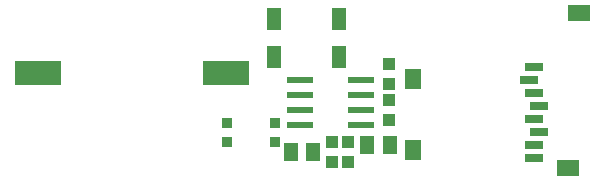
<source format=gbr>
G04 EAGLE Gerber RS-274X export*
G75*
%MOMM*%
%FSLAX34Y34*%
%LPD*%
%INSolderpaste Top*%
%IPPOS*%
%AMOC8*
5,1,8,0,0,1.08239X$1,22.5*%
G01*
%ADD10R,1.900000X1.400000*%
%ADD11R,1.400000X1.800000*%
%ADD12R,1.500000X0.700000*%
%ADD13R,0.900000X0.900000*%
%ADD14R,2.200000X0.600000*%
%ADD15R,1.300000X1.900000*%
%ADD16R,1.000000X1.075000*%
%ADD17R,4.000000X2.000000*%
%ADD18R,1.240000X1.500000*%


D10*
X473220Y47180D03*
X482220Y179180D03*
D11*
X342220Y63180D03*
X342220Y123180D03*
D12*
X444220Y56180D03*
X444220Y67180D03*
X448220Y78180D03*
X444220Y89180D03*
X448220Y100180D03*
X444220Y111180D03*
X440220Y122180D03*
X444220Y133180D03*
D13*
X183970Y69470D03*
X183970Y85470D03*
X224970Y85470D03*
X224970Y69470D03*
D14*
X245780Y109220D03*
X297780Y109220D03*
X245780Y121920D03*
X245780Y96520D03*
X245780Y83820D03*
X297780Y121920D03*
X297780Y96520D03*
X297780Y83820D03*
D15*
X223960Y141480D03*
X278960Y141480D03*
X278960Y173480D03*
X223960Y173480D03*
D16*
X287020Y69460D03*
X287020Y52460D03*
X273050Y69460D03*
X273050Y52460D03*
X321310Y135500D03*
X321310Y118500D03*
D17*
X24330Y128270D03*
X183230Y128270D03*
D18*
X321920Y67310D03*
X302920Y67310D03*
D16*
X321310Y105020D03*
X321310Y88020D03*
D18*
X257150Y60960D03*
X238150Y60960D03*
M02*

</source>
